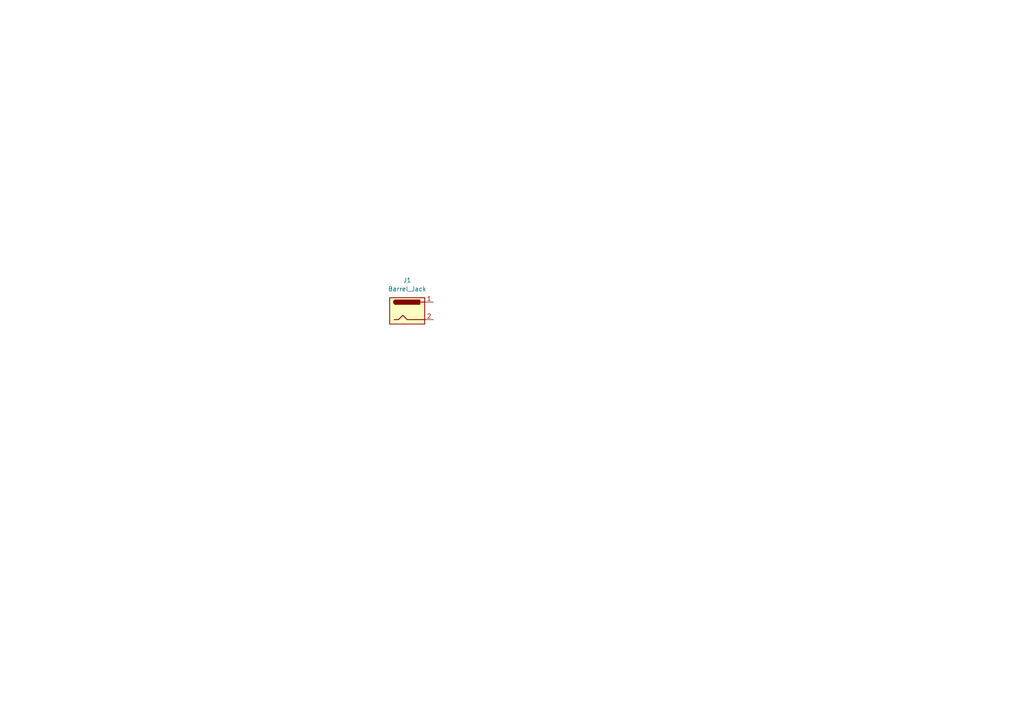
<source format=kicad_sch>
(kicad_sch (version 20211123) (generator eeschema)
  (paper "A4")
  (lib_symbols
    (symbol "Connector:Barrel_Jack" (pin_names (offset 1.016))
      (property "Reference" "J" (at 0 5.334 0))
      (property "Value" "Barrel_Jack" (at 0 -5.08 0))
      (symbol "Barrel_Jack_0_1"
        (rectangle (start -5.08 3.81) (end 5.08 -3.81) (stroke (width 0.254)) (fill (type background)))
        (arc (start -3.302 3.175) (mid -3.937 2.54) (end -3.302 1.905) (stroke (width 0.254)))
        (arc (start -3.302 3.175) (mid -3.937 2.54) (end -3.302 1.905) (stroke (width 0.254)) (fill (type outline)))
        (polyline (pts (xy 5.08 2.54) (xy 3.81 2.54)) (stroke (width 0.254)))
        (polyline (pts (xy -3.81 -2.54) (xy -2.54 -2.54) (xy -1.27 -1.27) (xy 0 -2.54) (xy 2.54 -2.54) (xy 5.08 -2.54)) (stroke (width 0.254)))
        (rectangle (start 3.683 3.175) (end -3.302 1.905) (stroke (width 0.254)) (fill (type outline)))
      )
      (symbol "Barrel_Jack_1_1"
        (pin passive line (at 7.62 2.54 180) (length 2.54) (name "~") (number "1"))
        (pin passive line (at 7.62 -2.54 180) (length 2.54) (name "~") (number "2"))
      )
    )
  )
  (symbol (lib_id "Connector:Barrel_Jack") (at 118.11 90.17 0) (unit 1)
    (property "Reference" "J1" (at 118.11 81.28 0))
    (property "Value" "Barrel_Jack" (at 118.11 83.82 0))
    (property "Footprint" "Connector_BarrelJack:BarrelJack_SwitchcraftConxall_RAPC10U_Horizontal" (effects hide))
  )
)
</source>
